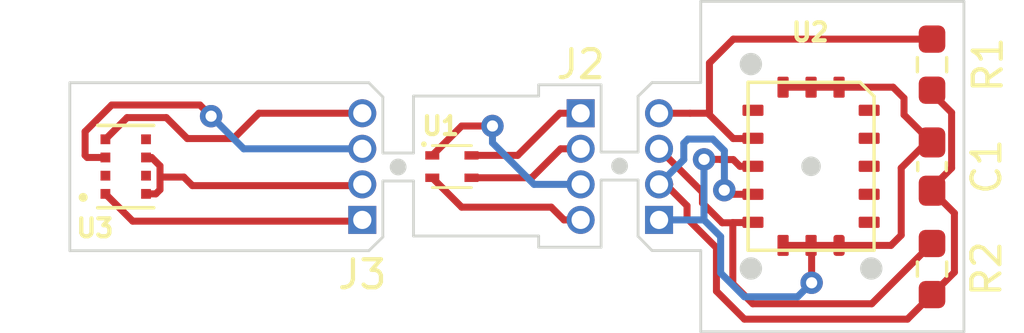
<source format=kicad_pcb>
(kicad_pcb (version 20211014) (generator pcbnew)
  (layers (0 "F.Cu" signal) (31 "B.Cu" signal) (34 "B.Paste" user) (35 "F.Paste" user) (36 "B.SilkS" user "B.Silkscreen") (37 "F.SilkS" user "F.Silkscreen") (38 "B.Mask" user) (39 "F.Mask" user) (44 "Edge.Cuts" user))
  (net 0 "")
  (net 1 "Net-(C1-Pad1)")
  (net 2 "Net-(C1-Pad2)")
  (net 3 "Net-(J1-Pad3)")
  (net 4 "Net-(J1-Pad4)")
  (net 5 "Net-(J2-Pad1)")
  (net 6 "Net-(J2-Pad2)")
  (net 7 "Net-(J2-Pad3)")
  (net 8 "Net-(J2-Pad4)")
  (net 9 "Net-(J3-Pad1)")
  (net 10 "Net-(J3-Pad2)")
  (net 11 "Net-(J3-Pad3)")
  (net 12 "Net-(J3-Pad4)")
  (footprint "SHT45-AD1B-R2:SHT4X" (layer "F.Cu") (at 107.15 100.5)
    (fp_text reference "U1" (at -0.4 -1.45) (layer "F.SilkS") (effects (font (size 0.64 0.64))))
    (fp_text value "SHT45-AD1B-R2")
    (fp_line (start -0.7 -0.75) (end 0.7 -0.75) (layer "F.SilkS") (width 0.1))
    (fp_line (start -0.7 0.75) (end 0.7 0.75) (layer "F.SilkS") (width 0.1))
    (fp_circle (center -1 -0.8) (end -0.95 -0.8) (layer "F.SilkS") (width 0.1) (fill none))
    (pad "1" smd rect (at -0.7 -0.4) (size 0.5 0.3) (layers "F.Cu" "F.Paste" "F.Mask") (net 7 "Net-(J2-Pad3)"))
    (pad "2" smd rect (at -0.7 0.4) (size 0.5 0.3) (layers "F.Cu" "F.Paste" "F.Mask") (net 8 "Net-(J2-Pad4)"))
    (pad "3" smd rect (at 0.7 0.4) (size 0.5 0.3) (layers "F.Cu" "F.Paste" "F.Mask") (net 6 "Net-(J2-Pad2)"))
    (pad "4" smd rect (at 0.7 -0.4) (size 0.5 0.3) (layers "F.Cu" "F.Paste" "F.Mask") (net 5 "Net-(J2-Pad1)"))
  )
  (footprint "Resistor_SMD:R_0603_1608Metric_Pad0.98x0.95mm_HandSolder" (layer "F.Cu") (at 124.3 96.86 -90)
    (fp_text reference "R1" (at 0 -2 90) (layer "F.SilkS"))
    (fp_text value "10k")
    (fp_line (start -0.254724 -0.5225) (end 0.254724 -0.5225) (layer "F.SilkS") (width 0.12))
    (fp_line (start -0.254724 0.5225) (end 0.254724 0.5225) (layer "F.SilkS") (width 0.12))
    (pad "1" smd roundrect (at -0.9125 0 270) (size 0.975 0.95) (layers "F.Cu" "F.Paste" "F.Mask") (net 4 "Net-(J1-Pad4)"))
    (pad "2" smd roundrect (at 0.9125 0 270) (size 0.975 0.95) (layers "F.Cu" "F.Paste" "F.Mask") (net 1 "Net-(C1-Pad1)"))
  )
  (footprint "Resistor_SMD:R_0603_1608Metric_Pad0.98x0.95mm_HandSolder" (layer "F.Cu") (at 124.3 104.16 -90)
    (fp_text reference "R2" (at -0.01 -1.95 90) (layer "F.SilkS"))
    (fp_text value "10k")
    (fp_line (start -0.254724 0.5225) (end 0.254724 0.5225) (layer "F.SilkS") (width 0.12))
    (fp_line (start -0.254724 -0.5225) (end 0.254724 -0.5225) (layer "F.SilkS") (width 0.12))
    (pad "1" smd roundrect (at -0.9125 0 270) (size 0.975 0.95) (layers "F.Cu" "F.Paste" "F.Mask") (net 3 "Net-(J1-Pad3)"))
    (pad "2" smd roundrect (at 0.9125 0 270) (size 0.975 0.95) (layers "F.Cu" "F.Paste" "F.Mask") (net 1 "Net-(C1-Pad1)"))
  )
  (footprint "DPS310:XDCR_DPS310" (layer "F.Cu") (at 95.5 100.5 180)
    (fp_text reference "U3" (at 1.1 -2.2) (layer "F.SilkS") (effects (font (size 0.64 0.64))))
    (fp_text value "DPS310")
    (fp_line (start 1 -1.47) (end -1 -1.47) (layer "F.SilkS") (width 0.127))
    (fp_line (start -1 1.47) (end 1 1.47) (layer "F.SilkS") (width 0.127))
    (fp_circle (center 1.52 -1.1) (end 1.6 -1.1) (layer "F.SilkS") (width 0.16) (fill none))
    (pad "1" smd rect (at 0.725 -0.975 180) (size 0.35 0.35) (layers "F.Cu" "F.Mask") (net 9 "Net-(J3-Pad1)"))
    (pad "2" smd rect (at 0.725 -0.325 180) (size 0.35 0.35) (layers "F.Cu" "F.Mask"))
    (pad "3" smd rect (at 0.725 0.325 180) (size 0.35 0.35) (layers "F.Cu" "F.Mask") (net 11 "Net-(J3-Pad3)"))
    (pad "4" smd rect (at 0.725 0.975 180) (size 0.35 0.35) (layers "F.Cu" "F.Mask") (net 12 "Net-(J3-Pad4)"))
    (pad "5" smd rect (at -0.725 0.975 180) (size 0.35 0.35) (layers "F.Cu" "F.Mask"))
    (pad "6" smd rect (at -0.725 0.325 180) (size 0.35 0.35) (layers "F.Cu" "F.Mask") (net 10 "Net-(J3-Pad2)"))
    (pad "7" smd rect (at -0.725 -0.325 180) (size 0.35 0.35) (layers "F.Cu" "F.Mask"))
    (pad "8" smd rect (at -0.725 -0.975 180) (size 0.35 0.35) (layers "F.Cu" "F.Mask") (net 10 "Net-(J3-Pad2)"))
  )
  (footprint "Capacitor_SMD:C_0603_1608Metric_Pad1.08x0.95mm_HandSolder" (layer "F.Cu") (at 124.3 100.5 90)
    (fp_text reference "C1" (at 0 1.95 90) (layer "F.SilkS"))
    (fp_text value "0.1")
    (fp_line (start -0.146267 0.51) (end 0.146267 0.51) (layer "F.SilkS") (width 0.12))
    (fp_line (start -0.146267 -0.51) (end 0.146267 -0.51) (layer "F.SilkS") (width 0.12))
    (pad "1" smd roundrect (at -0.8625 0 90) (size 1.075 0.95) (layers "F.Cu" "F.Paste" "F.Mask") (net 1 "Net-(C1-Pad1)"))
    (pad "2" smd roundrect (at 0.8625 0 90) (size 1.075 0.95) (layers "F.Cu" "F.Paste" "F.Mask") (net 2 "Net-(C1-Pad2)"))
  )
  (footprint "SPD31:SDP3x_corrected" (layer "F.Cu") (at 119.98 100.49 90)
    (fp_text reference "U2" (at 4.79 -0.03 unlocked) (layer "F.SilkS") (effects (font (size 0.64 0.64))))
    (fp_text value "SDP31-500PA")
    (fp_line (start 3 -2.25) (end -3 -2.25) (layer "F.SilkS") (width 0.12))
    (fp_line (start 3 -2.25) (end -3 -2.25) (layer "F.SilkS") (width 0.12))
    (fp_line (start -3 -2.25) (end -3 2.25) (layer "F.SilkS") (width 0.12))
    (fp_line (start 3 1.75) (end 2.5 2.25) (layer "F.SilkS") (width 0.12))
    (fp_line (start 3 1.75) (end 3 -2.25) (layer "F.SilkS") (width 0.12))
    (fp_line (start -3 2.25) (end 2.5 2.25) (layer "F.SilkS") (width 0.12))
    (pad "1" smd roundrect (at 2.825 1 90) (size 0.75 0.4) (layers "F.Cu" "F.Paste" "F.Mask") (roundrect_rratio 0.125) (net 2 "Net-(C1-Pad2)"))
    (pad "2" smd roundrect (at 2.825 0 90) (size 0.75 0.4) (layers "F.Cu" "F.Paste" "F.Mask") (roundrect_rratio 0.125) (net 2 "Net-(C1-Pad2)"))
    (pad "3" smd roundrect (at 2.825 -1 90) (size 0.75 0.4) (layers "F.Cu" "F.Paste" "F.Mask") (roundrect_rratio 0.125) (net 2 "Net-(C1-Pad2)"))
    (pad "4" smd roundrect (at 2 -2.075 90) (size 0.4 0.75) (layers "F.Cu" "F.Paste" "F.Mask") (roundrect_rratio 0.125))
    (pad "5" smd roundrect (at 1 -2.075 90) (size 0.4 0.75) (layers "F.Cu" "F.Paste" "F.Mask") (roundrect_rratio 0.125) (net 4 "Net-(J1-Pad4)"))
    (pad "6" smd roundrect (at 0 -2.075 90) (size 0.4 0.75) (layers "F.Cu" "F.Paste" "F.Mask") (roundrect_rratio 0.125) (net 2 "Net-(C1-Pad2)"))
    (pad "7" smd roundrect (at -1 -2.075 90) (size 0.4 0.75) (layers "F.Cu" "F.Paste" "F.Mask") (roundrect_rratio 0.125) (net 1 "Net-(C1-Pad1)"))
    (pad "8" smd roundrect (at -2 -2.075 90) (size 0.4 0.75) (layers "F.Cu" "F.Paste" "F.Mask") (roundrect_rratio 0.125) (net 3 "Net-(J1-Pad3)"))
    (pad "9" smd roundrect (at -2.825 -1 90) (size 0.75 0.4) (layers "F.Cu" "F.Paste" "F.Mask") (roundrect_rratio 0.125) (net 2 "Net-(C1-Pad2)"))
    (pad "10" smd roundrect (at -2.825 0 90) (size 0.75 0.4) (layers "F.Cu" "F.Paste" "F.Mask") (roundrect_rratio 0.125) (net 2 "Net-(C1-Pad2)"))
    (pad "11" smd roundrect (at -2.825 1 90) (size 0.75 0.4) (layers "F.Cu" "F.Paste" "F.Mask") (net 2 "Net-(C1-Pad2)"))
    (pad "12" smd roundrect (at -2 2.075 90) (size 0.4 0.75) (layers "F.Cu" "F.Paste" "F.Mask") (roundrect_rratio 0.125))
    (pad "13" smd roundrect (at -1 2.075 90) (size 0.4 0.75) (layers "F.Cu" "F.Paste" "F.Mask") (roundrect_rratio 0.125))
    (pad "14" smd roundrect (at 0 2.075 90) (size 0.4 0.75) (layers "F.Cu" "F.Paste" "F.Mask") (roundrect_rratio 0.125))
    (pad "15" smd roundrect (at 1 2.075 90) (size 0.4 0.75) (layers "F.Cu" "F.Paste" "F.Mask") (roundrect_rratio 0.125))
    (pad "16" smd roundrect (at 2 2.075 90) (size 0.4 0.75) (layers "F.Cu" "F.Paste" "F.Mask") (roundrect_rratio 0.125))
  )
  (footprint "Connector_PinHeader_1.27mm:PinHeader_1x04_P1.27mm_Vertical" (layer "F.Cu") (at 114.55 102.405 180)
    (fp_text reference "J1" hide)
    (fp_text value " " hide)
    (pad "1" thru_hole rect (at 0 0 180) (size 1 1) (drill 0.65) (layers *.Cu *.Mask) (net 2 "Net-(C1-Pad2)"))
    (pad "2" thru_hole oval (at 0 1.27 180) (size 1 1) (drill 0.65) (layers *.Cu *.Mask) (net 1 "Net-(C1-Pad1)"))
    (pad "3" thru_hole oval (at 0 2.54 180) (size 1 1) (drill 0.65) (layers *.Cu *.Mask) (net 3 "Net-(J1-Pad3)"))
    (pad "4" thru_hole oval (at 0 3.81 180) (size 1 1) (drill 0.65) (layers *.Cu *.Mask) (net 4 "Net-(J1-Pad4)"))
  )
  (footprint "Connector_PinHeader_1.27mm:PinHeader_1x04_P1.27mm_Vertical" (layer "F.Cu") (at 111.75 98.595)
    (fp_text reference "J2" (at 0 -1.745) (layer "F.SilkS"))
    (fp_text value "Connector")
    (pad "1" thru_hole rect (at 0 0) (size 1 1) (drill 0.65) (layers *.Cu *.Mask) (net 5 "Net-(J2-Pad1)"))
    (pad "2" thru_hole oval (at 0 1.27) (size 1 1) (drill 0.65) (layers *.Cu *.Mask) (net 6 "Net-(J2-Pad2)"))
    (pad "3" thru_hole oval (at 0 2.54) (size 1 1) (drill 0.65) (layers *.Cu *.Mask) (net 7 "Net-(J2-Pad3)"))
    (pad "4" thru_hole oval (at 0 3.81) (size 1 1) (drill 0.65) (layers *.Cu *.Mask) (net 8 "Net-(J2-Pad4)"))
  )
  (footprint "Connector_PinHeader_1.27mm:PinHeader_1x04_P1.27mm_Vertical" (layer "F.Cu") (at 103.95 102.405 180)
    (fp_text reference "J3" (at 0 -1.95) (layer "F.SilkS"))
    (fp_text value "Connector")
    (pad "1" thru_hole rect (at 0 0 180) (size 1 1) (drill 0.65) (layers *.Cu *.Mask) (net 9 "Net-(J3-Pad1)"))
    (pad "2" thru_hole oval (at 0 1.27 180) (size 1 1) (drill 0.65) (layers *.Cu *.Mask) (net 10 "Net-(J3-Pad2)"))
    (pad "3" thru_hole oval (at 0 2.54 180) (size 1 1) (drill 0.65) (layers *.Cu *.Mask) (net 11 "Net-(J3-Pad3)"))
    (pad "4" thru_hole oval (at 0 3.81 180) (size 1 1) (drill 0.65) (layers *.Cu *.Mask) (net 12 "Net-(J3-Pad4)"))
  )
  (gr_line (start 112.48 97.58) (end 112.48 99.98) (layer "Edge.Cuts") (width 0.1))
  (gr_line (start 112.48 100.98) (end 113.8 100.98) (layer "Edge.Cuts") (width 0.1))
  (gr_line (start 116.04 106.4) (end 116.04 103.5) (layer "Edge.Cuts") (width 0.1))
  (gr_line (start 114.3 103.5) (end 113.8 102.99) (layer "Edge.Cuts") (width 0.1))
  (gr_line (start 110.25 97.98) (end 110.25 97.58) (layer "Edge.Cuts") (width 0.1))
  (gr_circle (center 105.23 100.515) (end 105.48 100.515) (layer "Edge.Cuts") (width 0.1) (fill solid))
  (gr_line (start 104.685 98.015) (end 104.685 100.015) (layer "Edge.Cuts") (width 0.1))
  (gr_circle (center 119.98 100.49) (end 119.98 100.49) (layer "Edge.Cuts") (width 0.1) (fill none))
  (gr_line (start 113.8 97.99) (end 113.8 99.98) (layer "Edge.Cuts") (width 0.1))
  (gr_circle (center 122.13 104.14) (end 122.13 104.14) (layer "Edge.Cuts") (width 0.1) (fill none))
  (gr_line (start 113.8 97.99) (end 114.3 97.5) (layer "Edge.Cuts") (width 0.1))
  (gr_line (start 105.78 102.98) (end 105.78 101.015) (layer "Edge.Cuts") (width 0.1))
  (gr_line (start 116.04 106.4) (end 125.44 106.4) (layer "Edge.Cuts") (width 0.1))
  (gr_line (start 116.04 97.5) (end 114.3 97.5) (layer "Edge.Cuts") (width 0.1))
  (gr_line (start 104.685 103.015) (end 104.185 103.505) (layer "Edge.Cuts") (width 0.1))
  (gr_line (start 113.8 102.99) (end 113.8 100.98) (layer "Edge.Cuts") (width 0.1))
  (gr_line (start 112.48 103.38) (end 112.48 100.98) (layer "Edge.Cuts") (width 0.1))
  (gr_line (start 116.04 103.5) (end 114.3 103.5) (layer "Edge.Cuts") (width 0.1))
  (gr_line (start 104.185 103.505) (end 93.505 103.505) (layer "Edge.Cuts") (width 0.1))
  (gr_line (start 116.04 94.6) (end 116.04 97.5) (layer "Edge.Cuts") (width 0.1))
  (gr_circle (center 117.83 104.14) (end 118.18 104.14) (layer "Edge.Cuts") (width 0.1) (fill solid))
  (gr_line (start 110.25 102.98) (end 105.78 102.98) (layer "Edge.Cuts") (width 0.1))
  (gr_line (start 125.44 94.6) (end 116.04 94.6) (layer "Edge.Cuts") (width 0.1))
  (gr_line (start 104.685 101.015) (end 105.78 101.015) (layer "Edge.Cuts") (width 0.1))
  (gr_circle (center 117.83 96.84) (end 118.18 96.84) (layer "Edge.Cuts") (width 0.1) (fill solid))
  (gr_line (start 105.78 97.98) (end 105.78 100.015) (layer "Edge.Cuts") (width 0.1))
  (gr_circle (center 113.14 100.48) (end 113.39 100.48) (layer "Edge.Cuts") (width 0.1) (fill solid))
  (gr_line (start 104.685 100.015) (end 105.78 100.015) (layer "Edge.Cuts") (width 0.1))
  (gr_line (start 110.25 103.38) (end 112.48 103.38) (layer "Edge.Cuts") (width 0.1))
  (gr_line (start 110.25 97.98) (end 105.78 97.98) (layer "Edge.Cuts") (width 0.1))
  (gr_line (start 110.25 102.98) (end 110.25 103.38) (layer "Edge.Cuts") (width 0.1))
  (gr_line (start 93.505 97.505) (end 104.185 97.505) (layer "Edge.Cuts") (width 0.1))
  (gr_line (start 112.48 99.98) (end 113.8 99.98) (layer "Edge.Cuts") (width 0.1))
  (gr_line (start 104.685 103.015) (end 104.685 101.015) (layer "Edge.Cuts") (width 0.1))
  (gr_line (start 125.44 106.4) (end 125.44 94.6) (layer "Edge.Cuts") (width 0.1))
  (gr_circle (center 122.13 104.14) (end 122.48 104.14) (layer "Edge.Cuts") (width 0.1) (fill solid))
  (gr_line (start 93.505 97.505) (end 93.505 103.505) (layer "Edge.Cuts") (width 0.1))
  (gr_line (start 110.25 97.58) (end 112.48 97.58) (layer "Edge.Cuts") (width 0.1))
  (gr_line (start 104.185 97.505) (end 104.685 98.015) (layer "Edge.Cuts") (width 0.1))
  (gr_circle (center 119.98 100.49) (end 120.28 100.49) (layer "Edge.Cuts") (width 0.1) (fill solid))
  (segment (start 124.2 97.7725) (end 125 98.5725) (width 0.25) (layer "F.Cu") (net 1))
  (segment (start 115.55 101.9) (end 114.785 101.135) (width 0.25) (layer "F.Cu") (net 1))
  (segment (start 125.1 102.1625) (end 124.3 101.3625) (width 0.25) (layer "F.Cu") (net 1))
  (segment (start 125 100.5525) (end 124.2 101.3525) (width 0.25) (layer "F.Cu") (net 1))
  (segment (start 114.785 101.135) (end 114.55 101.135) (width 0.25) (layer "F.Cu") (net 1))
  (segment (start 125 98.5725) (end 125 100.5525) (width 0.25) (layer "F.Cu") (net 1))
  (segment (start 115.55 102.35) (end 115.55 101.9) (width 0.25) (layer "F.Cu") (net 1))
  (segment (start 117.6 105.95) (end 116.6 104.95) (width 0.25) (layer "F.Cu") (net 1))
  (segment (start 116.6 104.95) (end 116.6 103.4) (width 0.25) (layer "F.Cu") (net 1))
  (segment (start 114.935 101.135) (end 114.55 101.135) (width 0.25) (layer "F.Cu") (net 1))
  (segment (start 124.3 105.0725) (end 125.1 104.2725) (width 0.25) (layer "F.Cu") (net 1))
  (segment (start 125.1 104.2725) (end 125.1 102.1625) (width 0.25) (layer "F.Cu") (net 1))
  (segment (start 116.8795 101.342909) (end 117.026591 101.49) (width 0.25) (layer "F.Cu") (net 1))
  (segment (start 117.61 101.49) (end 117.905 101.49) (width 0.25) (layer "F.Cu") (net 1))
  (segment (start 124.3 105.0725) (end 123.4225 105.95) (width 0.25) (layer "F.Cu") (net 1))
  (segment (start 117.026591 101.49) (end 117.905 101.49) (width 0.25) (layer "F.Cu") (net 1))
  (segment (start 123.4225 105.95) (end 117.6 105.95) (width 0.25) (layer "F.Cu") (net 1))
  (segment (start 116.6 103.4) (end 115.55 102.35) (width 0.25) (layer "F.Cu") (net 1))
  (via (at 116.8795 101.342909) (size 0.8) (drill 0.4) (layers "F.Cu" "B.Cu") (net 1))
  (segment (start 115.433362 99.666638) (end 115.433362 100.251638) (width 0.25) (layer "B.Cu") (net 1))
  (segment (start 116.8795 101.342909) (end 116.883362 101.339047) (width 0.25) (layer "B.Cu") (net 1))
  (segment (start 115.582305 99.517695) (end 115.433362 99.666638) (width 0.25) (layer "B.Cu") (net 1))
  (segment (start 116.467695 99.517695) (end 115.582305 99.517695) (width 0.25) (layer "B.Cu") (net 1))
  (segment (start 115.433362 100.251638) (end 114.55 101.135) (width 0.25) (layer "B.Cu") (net 1))
  (segment (start 116.883362 99.933362) (end 116.467695 99.517695) (width 0.25) (layer "B.Cu") (net 1))
  (segment (start 116.883362 101.339047) (end 116.883362 99.933362) (width 0.25) (layer "B.Cu") (net 1))
  (segment (start 123.3 98.055495) (end 123.3 98.65) (width 0.25) (layer "F.Cu") (net 2))
  (segment (start 120.98 97.665) (end 122.909505 97.665) (width 0.25) (layer "F.Cu") (net 2))
  (segment (start 119.98 97.665) (end 118.98 97.665) (width 0.25) (layer "F.Cu") (net 2))
  (segment (start 122.909505 97.665) (end 123.3 98.055495) (width 0.25) (layer "F.Cu") (net 2))
  (segment (start 123.2 102.95) (end 123.2 100.55) (width 0.25) (layer "F.Cu") (net 2))
  (segment (start 116.157862 100.242695) (end 116.742695 100.242695) (width 0.25) (layer "F.Cu") (net 2))
  (segment (start 124.1125 99.6375) (end 124.3 99.6375) (width 0.25) (layer "F.Cu") (net 2))
  (segment (start 119.98 103.315) (end 118.98 103.315) (width 0.25) (layer "F.Cu") (net 2))
  (segment (start 120.98 103.315) (end 122.835 103.315) (width 0.25) (layer "F.Cu") (net 2))
  (segment (start 120.98 103.315) (end 119.98 103.315) (width 0.25) (layer "F.Cu") (net 2))
  (segment (start 123.3 98.65) (end 124.2875 99.6375) (width 0.25) (layer "F.Cu") (net 2))
  (segment (start 117.44 100.49) (end 117.905 100.49) (width 0.25) (layer "F.Cu") (net 2))
  (segment (start 116.742695 100.242695) (end 116.75 100.25) (width 0.25) (layer "F.Cu") (net 2))
  (segment (start 123.2 100.55) (end 124.1125 99.6375) (width 0.25) (layer "F.Cu") (net 2))
  (segment (start 122.835 103.315) (end 123.2 102.95) (width 0.25) (layer "F.Cu") (net 2))
  (segment (start 116.75 100.25) (end 117.2 100.25) (width 0.25) (layer "F.Cu") (net 2))
  (segment (start 120.98 97.665) (end 119.98 97.665) (width 0.25) (layer "F.Cu") (net 2))
  (segment (start 124.2875 99.6375) (end 124.3 99.6375) (width 0.25) (layer "F.Cu") (net 2))
  (segment (start 120 104.65) (end 120 103.335) (width 0.25) (layer "F.Cu") (net 2))
  (segment (start 117.895 100.5) (end 117.905 100.49) (width 0.25) (layer "F.Cu") (net 2))
  (segment (start 120 103.335) (end 119.98 103.315) (width 0.25) (layer "F.Cu") (net 2))
  (segment (start 117.91033 100.49) (end 117.905 100.49) (width 0.25) (layer "F.Cu") (net 2))
  (segment (start 117.2 100.25) (end 117.44 100.49) (width 0.25) (layer "F.Cu") (net 2))
  (via (at 116.157862 100.242695) (size 0.8) (drill 0.4) (layers "F.Cu" "B.Cu") (net 2))
  (via (at 120 104.65) (size 0.8) (drill 0.4) (layers "F.Cu" "B.Cu") (net 2))
  (segment (start 120 104.65) (end 119.5 105.15) (width 0.25) (layer "B.Cu") (net 2))
  (segment (start 117.6 105.15) (end 116.75 104.3) (width 0.25) (layer "B.Cu") (net 2))
  (segment (start 116.155 100.245557) (end 116.155 102.405) (width 0.25) (layer "B.Cu") (net 2))
  (segment (start 116.157862 100.242695) (end 116.155 100.245557) (width 0.25) (layer "B.Cu") (net 2))
  (segment (start 114.55 102.405) (end 116.155 102.405) (width 0.25) (layer "B.Cu") (net 2))
  (segment (start 116.75 103) (end 116.155 102.405) (width 0.25) (layer "B.Cu") (net 2))
  (segment (start 116.75 104.3) (end 116.75 103) (width 0.25) (layer "B.Cu") (net 2))
  (segment (start 119.5 105.15) (end 117.6 105.15) (width 0.25) (layer "B.Cu") (net 2))
  (segment (start 122.1475 105.4) (end 117.9 105.4) (width 0.25) (layer "F.Cu") (net 3))
  (segment (start 117.185 104.685) (end 117.185 102.5) (width 0.25) (layer "F.Cu") (net 3))
  (segment (start 116.1 101.8) (end 116.806802 102.506802) (width 0.25) (layer "F.Cu") (net 3))
  (segment (start 116.806802 102.506802) (end 117.178198 102.506802) (width 0.25) (layer "F.Cu") (net 3))
  (segment (start 117.905 102.49) (end 117.895 102.5) (width 0.25) (layer "F.Cu") (net 3))
  (segment (start 116.1 101.415) (end 116.1 101.8) (width 0.25) (layer "F.Cu") (net 3))
  (segment (start 124.3 103.2475) (end 122.1475 105.4) (width 0.25) (layer "F.Cu") (net 3))
  (segment (start 117.178198 102.506802) (end 117.185 102.5) (width 0.25) (layer "F.Cu") (net 3))
  (segment (start 117.895 102.5) (end 117.185 102.5) (width 0.25) (layer "F.Cu") (net 3))
  (segment (start 117.9 105.4) (end 117.185 104.685) (width 0.25) (layer "F.Cu") (net 3))
  (segment (start 114.55 99.865) (end 116.1 101.415) (width 0.25) (layer "F.Cu") (net 3))
  (segment (start 124.3 103.2475) (end 124.0025 103.2475) (width 0.25) (layer "F.Cu") (net 3))
  (segment (start 117.2 99.5) (end 116.35 98.65) (width 0.25) (layer "F.Cu") (net 4))
  (segment (start 124.3 95.9475) (end 117.2025 95.9475) (width 0.25) (layer "F.Cu") (net 4))
  (segment (start 116.35 98.65) (end 116.35 98.54) (width 0.25) (layer "F.Cu") (net 4))
  (segment (start 117.905 99.49) (end 117.895 99.5) (width 0.25) (layer "F.Cu") (net 4))
  (segment (start 116.35 98.54) (end 116.295 98.595) (width 0.25) (layer "F.Cu") (net 4))
  (segment (start 116.295 98.595) (end 115.655 98.595) (width 0.25) (layer "F.Cu") (net 4))
  (segment (start 117.2025 95.9475) (end 116.35 96.8) (width 0.25) (layer "F.Cu") (net 4))
  (segment (start 115.655 98.595) (end 114.55 98.595) (width 0.25) (layer "F.Cu") (net 4))
  (segment (start 116.35 96.8) (end 116.35 98.54) (width 0.25) (layer "F.Cu") (net 4))
  (segment (start 117.895 99.5) (end 117.2 99.5) (width 0.25) (layer "F.Cu") (net 4))
  (segment (start 111.005 98.595) (end 109.5 100.1) (width 0.25) (layer "F.Cu") (net 5))
  (segment (start 109.5 100.1) (end 107.85 100.1) (width 0.25) (layer "F.Cu") (net 5))
  (segment (start 111.75 98.595) (end 111.005 98.595) (width 0.25) (layer "F.Cu") (net 5))
  (segment (start 110 100.9) (end 107.85 100.9) (width 0.25) (layer "F.Cu") (net 6))
  (segment (start 111.035 99.865) (end 110 100.9) (width 0.25) (layer "F.Cu") (net 6))
  (segment (start 111.75 99.865) (end 111.035 99.865) (width 0.25) (layer "F.Cu") (net 6))
  (segment (start 108.6 99.05) (end 107.5 99.05) (width 0.25) (layer "F.Cu") (net 7))
  (segment (start 107.5 99.05) (end 106.45 100.1) (width 0.25) (layer "F.Cu") (net 7))
  (via (at 108.6 99.05) (size 0.8) (drill 0.4) (layers "F.Cu" "B.Cu") (net 7))
  (segment (start 110.085 101.135) (end 111.75 101.135) (width 0.25) (layer "B.Cu") (net 7))
  (segment (start 108.6 99.05) (end 108.6 99.65) (width 0.25) (layer "B.Cu") (net 7))
  (segment (start 108.6 99.65) (end 110.085 101.135) (width 0.25) (layer "B.Cu") (net 7))
  (segment (start 110.7 101.95) (end 107.5 101.95) (width 0.25) (layer "F.Cu") (net 8))
  (segment (start 111.75 102.405) (end 111.155 102.405) (width 0.25) (layer "F.Cu") (net 8))
  (segment (start 107.5 101.95) (end 106.45 100.9) (width 0.25) (layer "F.Cu") (net 8))
  (segment (start 111.155 102.405) (end 110.7 101.95) (width 0.25) (layer "F.Cu") (net 8))
  (segment (start 103.95 102.45) (end 95.75 102.45) (width 0.25) (layer "F.Cu") (net 9))
  (segment (start 95.75 102.45) (end 94.775 101.475) (width 0.25) (layer "F.Cu") (net 9))
  (segment (start 96.425 100.175) (end 96.225 100.175) (width 0.25) (layer "F.Cu") (net 10))
  (segment (start 96.225 101.475) (end 96.575 101.475) (width 0.25) (layer "F.Cu") (net 10))
  (segment (start 97.88 101.18) (end 97.575 100.875) (width 0.25) (layer "F.Cu") (net 10))
  (segment (start 96.575 101.475) (end 96.725 101.325) (width 0.25) (layer "F.Cu") (net 10))
  (segment (start 96.725 101.325) (end 96.725 100.875) (width 0.25) (layer "F.Cu") (net 10))
  (segment (start 97.575 100.875) (end 96.725 100.875) (width 0.25) (layer "F.Cu") (net 10))
  (segment (start 96.725 100.875) (end 96.725 100.475) (width 0.25) (layer "F.Cu") (net 10))
  (segment (start 96.725 100.475) (end 96.425 100.175) (width 0.25) (layer "F.Cu") (net 10))
  (segment (start 103.95 101.18) (end 97.88 101.18) (width 0.25) (layer "F.Cu") (net 10))
  (segment (start 94.125 100.175) (end 94.775 100.175) (width 0.25) (layer "F.Cu") (net 11))
  (segment (start 95 98.3) (end 94.05 99.25) (width 0.25) (layer "F.Cu") (net 11))
  (segment (start 98.15 98.3) (end 95 98.3) (width 0.25) (layer "F.Cu") (net 11))
  (segment (start 94.05 99.25) (end 94.05 100.1) (width 0.25) (layer "F.Cu") (net 11))
  (segment (start 98.55 98.7) (end 98.15 98.3) (width 0.25) (layer "F.Cu") (net 11))
  (segment (start 94.05 100.1) (end 94.125 100.175) (width 0.25) (layer "F.Cu") (net 11))
  (via (at 98.55 98.7) (size 0.8) (drill 0.4) (layers "F.Cu" "B.Cu") (net 11))
  (segment (start 98.55 98.7) (end 99.715 99.865) (width 0.25) (layer "B.Cu") (net 11))
  (segment (start 99.715 99.865) (end 103.95 99.865) (width 0.25) (layer "B.Cu") (net 11))
  (segment (start 100.255 98.595) (end 99.35 99.5) (width 0.25) (layer "F.Cu") (net 12))
  (segment (start 97.7 99.5) (end 96.95 98.75) (width 0.25) (layer "F.Cu") (net 12))
  (segment (start 99.35 99.5) (end 97.7 99.5) (width 0.25) (layer "F.Cu") (net 12))
  (segment (start 96.95 98.75) (end 95.55 98.75) (width 0.25) (layer "F.Cu") (net 12))
  (segment (start 95.55 98.75) (end 94.775 99.525) (width 0.25) (layer "F.Cu") (net 12))
  (segment (start 103.95 98.595) (end 100.255 98.595) (width 0.25) (layer "F.Cu") (net 12))
)
</source>
